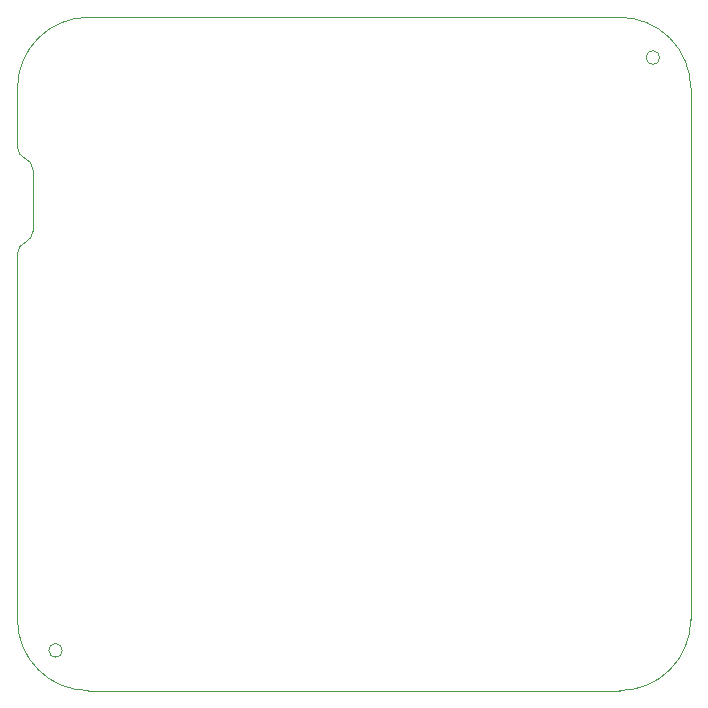
<source format=gm1>
G04 #@! TF.GenerationSoftware,KiCad,Pcbnew,(6.0.1)*
G04 #@! TF.CreationDate,2022-07-12T15:15:51+02:00*
G04 #@! TF.ProjectId,flightController,666c6967-6874-4436-9f6e-74726f6c6c65,1.0*
G04 #@! TF.SameCoordinates,Original*
G04 #@! TF.FileFunction,Profile,NP*
%FSLAX46Y46*%
G04 Gerber Fmt 4.6, Leading zero omitted, Abs format (unit mm)*
G04 Created by KiCad (PCBNEW (6.0.1)) date 2022-07-12 15:15:51*
%MOMM*%
%LPD*%
G01*
G04 APERTURE LIST*
G04 #@! TA.AperFunction,Profile*
%ADD10C,0.100000*%
G04 #@! TD*
G04 APERTURE END LIST*
D10*
X76000000Y-134020000D02*
X121000000Y-134020000D01*
X70000000Y-83020000D02*
X70000000Y-88020000D01*
X70706138Y-96033812D02*
G75*
G03*
X70000000Y-97020000I407429J-1037632D01*
G01*
X127000000Y-83020000D02*
G75*
G03*
X121000000Y-77020000I-5999999J1D01*
G01*
X127000000Y-128020000D02*
X127000000Y-83020000D01*
X71300000Y-89920000D02*
G75*
G03*
X70650000Y-88970001I-993521J17590D01*
G01*
X124376000Y-80424000D02*
G75*
G03*
X124376000Y-80424000I-576000J0D01*
G01*
X70000000Y-97020000D02*
X70000000Y-128020000D01*
X76000000Y-77020000D02*
G75*
G03*
X70000000Y-83020000I-1J-5999999D01*
G01*
X121000000Y-77020000D02*
X76000000Y-77020000D01*
X70000000Y-128020000D02*
G75*
G03*
X76000000Y-134020000I5999999J-1D01*
G01*
X121000000Y-134020000D02*
G75*
G03*
X127000000Y-128020000I1J5999999D01*
G01*
X70706138Y-96033812D02*
G75*
G03*
X71300000Y-95120000I-406138J913812D01*
G01*
X73800000Y-130620000D02*
G75*
G03*
X73800000Y-130620000I-576000J0D01*
G01*
X70000000Y-88020000D02*
G75*
G03*
X70650000Y-88969999I993517J-17592D01*
G01*
X71300000Y-95120000D02*
X71300000Y-89920000D01*
M02*

</source>
